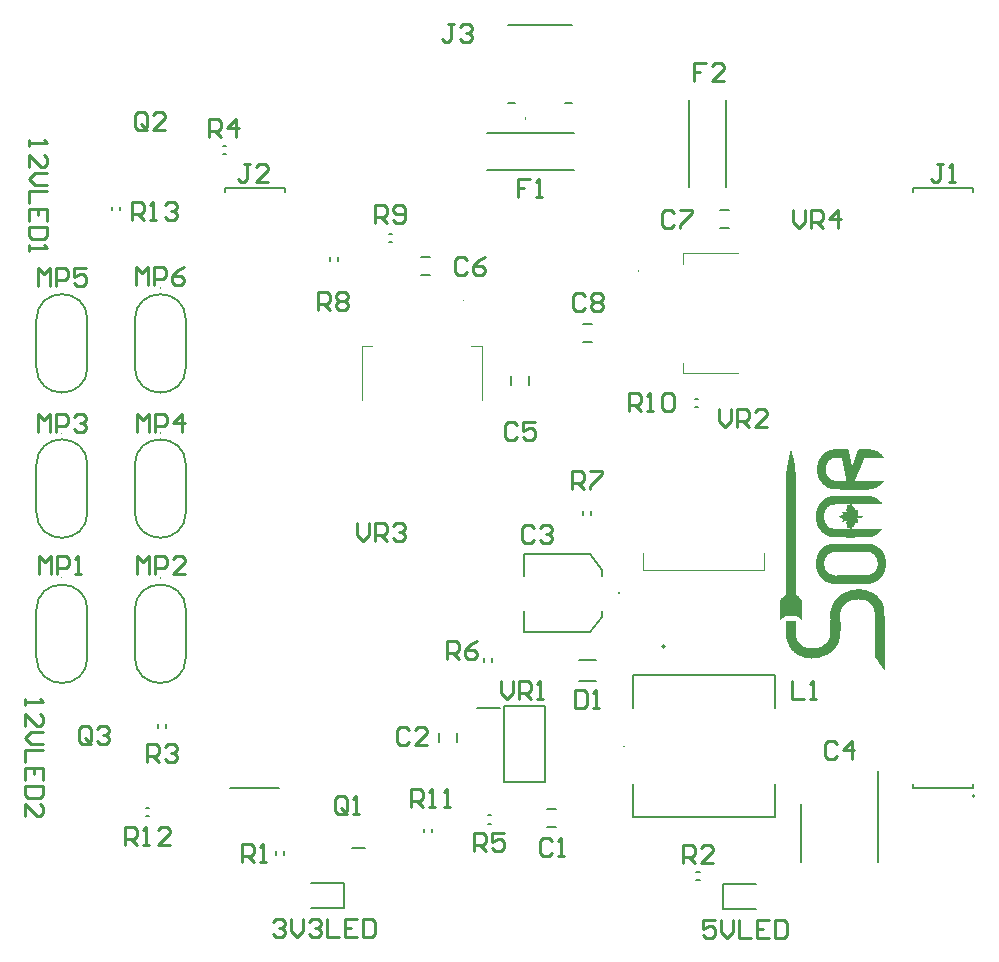
<source format=gto>
G04*
G04 #@! TF.GenerationSoftware,Altium Limited,Altium Designer,24.0.1 (36)*
G04*
G04 Layer_Color=65535*
%FSLAX25Y25*%
%MOIN*%
G70*
G04*
G04 #@! TF.SameCoordinates,EC2407A8-7C3A-46FB-840E-4377B73232B9*
G04*
G04*
G04 #@! TF.FilePolarity,Positive*
G04*
G01*
G75*
%ADD10C,0.00394*%
%ADD11C,0.00787*%
%ADD12C,0.01000*%
G36*
X71661Y-164306D02*
X72370D01*
Y-164425D01*
X72843D01*
Y-164543D01*
X73198D01*
Y-164661D01*
X73435D01*
Y-164779D01*
X73671D01*
Y-164898D01*
X73908D01*
Y-165016D01*
X74145D01*
Y-165134D01*
X74263D01*
Y-165252D01*
X74499D01*
Y-165371D01*
X74618D01*
Y-165489D01*
X74736D01*
Y-165607D01*
X74854D01*
Y-165726D01*
X75091D01*
Y-165844D01*
X75209D01*
Y-165962D01*
X75327D01*
Y-166199D01*
X75445D01*
Y-166317D01*
X75564D01*
Y-166435D01*
X75682D01*
Y-166553D01*
X75800D01*
Y-166672D01*
X75919D01*
Y-166908D01*
X76037D01*
Y-167026D01*
X69769D01*
Y-167145D01*
X69532D01*
Y-167263D01*
X69414D01*
Y-167500D01*
X69296D01*
Y-167854D01*
X69177D01*
Y-168091D01*
X69059D01*
Y-168327D01*
X68941D01*
Y-168682D01*
X68822D01*
Y-168919D01*
X68704D01*
Y-169155D01*
X68586D01*
Y-169510D01*
X68468D01*
Y-169747D01*
X68349D01*
Y-169983D01*
X68231D01*
Y-170338D01*
X68113D01*
Y-170575D01*
X67994D01*
Y-170811D01*
X67876D01*
Y-171166D01*
X67758D01*
Y-171403D01*
X67640D01*
Y-171639D01*
X67521D01*
Y-171876D01*
X67403D01*
Y-172230D01*
X67285D01*
Y-172467D01*
X67167D01*
Y-172703D01*
X67048D01*
Y-173058D01*
X66930D01*
Y-173295D01*
X66812D01*
Y-173531D01*
X66694D01*
Y-173768D01*
X66575D01*
Y-174123D01*
X66457D01*
Y-174359D01*
X66339D01*
Y-174714D01*
X66575D01*
Y-174832D01*
X75564D01*
Y-174714D01*
X75800D01*
Y-174832D01*
X75919D01*
Y-175069D01*
X75800D01*
Y-175187D01*
X75682D01*
Y-175305D01*
X75564D01*
Y-175424D01*
X75445D01*
Y-175542D01*
X75327D01*
Y-175660D01*
X75209D01*
Y-175778D01*
X75091D01*
Y-175897D01*
X74972D01*
Y-176015D01*
X74854D01*
Y-176133D01*
X74736D01*
Y-176251D01*
X74618D01*
Y-176370D01*
X74499D01*
Y-176488D01*
X74263D01*
Y-176606D01*
X74145D01*
Y-176725D01*
X73908D01*
Y-176843D01*
X73671D01*
Y-176961D01*
X73435D01*
Y-177079D01*
X73198D01*
Y-177198D01*
X72843D01*
Y-177316D01*
X72489D01*
Y-177434D01*
X71897D01*
Y-177552D01*
X71070D01*
Y-177671D01*
X61253D01*
Y-177552D01*
X58888D01*
Y-177434D01*
X58296D01*
Y-177316D01*
X57942D01*
Y-177198D01*
X57705D01*
Y-177079D01*
X57350D01*
Y-176961D01*
X57114D01*
Y-176843D01*
X56995D01*
Y-176725D01*
X56759D01*
Y-176606D01*
X56641D01*
Y-176488D01*
X56404D01*
Y-176370D01*
X56286D01*
Y-176251D01*
X56168D01*
Y-176133D01*
X55931D01*
Y-176015D01*
X55813D01*
Y-175897D01*
X55695D01*
Y-175778D01*
X55576D01*
Y-175660D01*
X55458D01*
Y-175542D01*
X55340D01*
Y-175305D01*
X55221D01*
Y-175187D01*
X55103D01*
Y-175069D01*
X54985D01*
Y-174951D01*
X54867D01*
Y-174714D01*
X54748D01*
Y-174596D01*
X54630D01*
Y-174359D01*
X54512D01*
Y-174123D01*
X54394D01*
Y-173886D01*
X54275D01*
Y-173650D01*
X54157D01*
Y-173295D01*
X54039D01*
Y-172940D01*
X53921D01*
Y-172467D01*
X53802D01*
Y-171284D01*
X53684D01*
Y-170575D01*
X53802D01*
Y-169392D01*
X53921D01*
Y-168800D01*
X54039D01*
Y-168446D01*
X54157D01*
Y-168091D01*
X54275D01*
Y-167854D01*
X54394D01*
Y-167618D01*
X54512D01*
Y-167381D01*
X54630D01*
Y-167145D01*
X54748D01*
Y-167026D01*
X54867D01*
Y-166790D01*
X54985D01*
Y-166672D01*
X55103D01*
Y-166553D01*
X55221D01*
Y-166435D01*
X55340D01*
Y-166199D01*
X55458D01*
Y-166080D01*
X55576D01*
Y-165962D01*
X55695D01*
Y-165844D01*
X55931D01*
Y-165726D01*
X56049D01*
Y-165607D01*
X56168D01*
Y-165489D01*
X56286D01*
Y-165371D01*
X56522D01*
Y-165252D01*
X56641D01*
Y-165134D01*
X56877D01*
Y-165016D01*
X56995D01*
Y-164898D01*
X57232D01*
Y-164779D01*
X57468D01*
Y-164661D01*
X57705D01*
Y-164543D01*
X58060D01*
Y-164425D01*
X58415D01*
Y-164306D01*
X59006D01*
Y-164188D01*
X63973D01*
Y-164306D01*
X64092D01*
Y-164425D01*
X64210D01*
Y-164661D01*
X64328D01*
Y-165252D01*
X64446D01*
Y-165844D01*
X64565D01*
Y-166435D01*
X64683D01*
Y-166908D01*
X64801D01*
Y-167500D01*
X64920D01*
Y-168091D01*
X65038D01*
Y-168564D01*
X65156D01*
Y-169155D01*
X65274D01*
Y-169628D01*
X65393D01*
Y-169747D01*
X65511D01*
Y-169510D01*
X65629D01*
Y-169155D01*
X65747D01*
Y-168800D01*
X65866D01*
Y-168446D01*
X65984D01*
Y-168091D01*
X66102D01*
Y-167854D01*
X66220D01*
Y-167500D01*
X66339D01*
Y-167145D01*
X66457D01*
Y-166790D01*
X66575D01*
Y-166435D01*
X66694D01*
Y-166199D01*
X66812D01*
Y-165844D01*
X66930D01*
Y-165489D01*
X67048D01*
Y-165134D01*
X67167D01*
Y-164779D01*
X67285D01*
Y-164543D01*
X67403D01*
Y-164306D01*
X67640D01*
Y-164188D01*
X71661D01*
Y-164306D01*
D02*
G37*
G36*
X70596Y-179800D02*
X71661D01*
Y-179918D01*
X72134D01*
Y-180036D01*
X72489D01*
Y-180154D01*
X72843D01*
Y-180273D01*
X73080D01*
Y-180391D01*
X73317D01*
Y-180509D01*
X73553D01*
Y-180628D01*
X73671D01*
Y-180746D01*
X73908D01*
Y-180864D01*
X74026D01*
Y-180982D01*
X74145D01*
Y-181100D01*
X74381D01*
Y-181219D01*
X74499D01*
Y-181337D01*
X74618D01*
Y-181455D01*
X74736D01*
Y-181574D01*
X74854D01*
Y-181692D01*
X74972D01*
Y-181810D01*
X75091D01*
Y-181928D01*
X75209D01*
Y-182047D01*
X75327D01*
Y-182283D01*
X75445D01*
Y-182402D01*
X75564D01*
Y-182520D01*
X65511D01*
Y-182638D01*
X65393D01*
Y-182875D01*
X65511D01*
Y-182993D01*
X65629D01*
Y-183229D01*
X65747D01*
Y-183348D01*
X65866D01*
Y-183584D01*
X65984D01*
Y-183703D01*
X66102D01*
Y-183939D01*
X66220D01*
Y-184057D01*
X66339D01*
Y-184176D01*
X66457D01*
Y-184412D01*
X66694D01*
Y-184530D01*
X67167D01*
Y-184412D01*
X67403D01*
Y-185358D01*
X67285D01*
Y-185950D01*
X67167D01*
Y-186068D01*
X67285D01*
Y-186304D01*
X67521D01*
Y-186423D01*
X67640D01*
Y-186304D01*
X68704D01*
Y-186423D01*
X68822D01*
Y-186541D01*
X68941D01*
Y-186777D01*
X68822D01*
Y-187014D01*
X67285D01*
Y-187250D01*
X67167D01*
Y-187369D01*
X67285D01*
Y-188078D01*
X67403D01*
Y-188788D01*
X67521D01*
Y-188906D01*
X67167D01*
Y-188788D01*
X66575D01*
Y-188906D01*
X66457D01*
Y-189025D01*
X66339D01*
Y-189261D01*
X66220D01*
Y-189379D01*
X66102D01*
Y-189616D01*
X65984D01*
Y-189734D01*
X65866D01*
Y-189971D01*
X65747D01*
Y-190089D01*
X65629D01*
Y-190207D01*
X65511D01*
Y-190444D01*
X65393D01*
Y-190680D01*
X75445D01*
Y-191035D01*
X75327D01*
Y-191153D01*
X75209D01*
Y-191272D01*
X75091D01*
Y-191390D01*
X74972D01*
Y-191508D01*
X74854D01*
Y-191627D01*
X74736D01*
Y-191745D01*
X74618D01*
Y-191863D01*
X74499D01*
Y-191981D01*
X74381D01*
Y-192100D01*
X74263D01*
Y-192218D01*
X74145D01*
Y-192336D01*
X73908D01*
Y-192454D01*
X73790D01*
Y-192573D01*
X73671D01*
Y-192691D01*
X73435D01*
Y-192809D01*
X73198D01*
Y-192928D01*
X72962D01*
Y-193046D01*
X72725D01*
Y-193164D01*
X72370D01*
Y-193282D01*
X72016D01*
Y-193401D01*
X71424D01*
Y-193519D01*
X66457D01*
Y-193637D01*
X63500D01*
Y-193519D01*
X58651D01*
Y-193401D01*
X58178D01*
Y-193282D01*
X57705D01*
Y-193164D01*
X57350D01*
Y-193046D01*
X57114D01*
Y-192928D01*
X56877D01*
Y-192809D01*
X56641D01*
Y-192691D01*
X56404D01*
Y-192573D01*
X56286D01*
Y-192454D01*
X56049D01*
Y-192336D01*
X55931D01*
Y-192218D01*
X55695D01*
Y-192100D01*
X55576D01*
Y-191981D01*
X55458D01*
Y-191863D01*
X55340D01*
Y-191745D01*
X55221D01*
Y-191627D01*
X55103D01*
Y-191508D01*
X54985D01*
Y-191390D01*
X54867D01*
Y-191272D01*
X54748D01*
Y-191035D01*
X54630D01*
Y-190917D01*
X54512D01*
Y-190680D01*
X54394D01*
Y-190562D01*
X54275D01*
Y-190325D01*
X54157D01*
Y-190089D01*
X54039D01*
Y-189852D01*
X53921D01*
Y-189616D01*
X53802D01*
Y-189261D01*
X53684D01*
Y-188906D01*
X53566D01*
Y-188433D01*
X53447D01*
Y-187605D01*
X53329D01*
Y-185831D01*
X53447D01*
Y-184885D01*
X53566D01*
Y-184412D01*
X53684D01*
Y-184057D01*
X53802D01*
Y-183703D01*
X53921D01*
Y-183466D01*
X54039D01*
Y-183229D01*
X54157D01*
Y-182993D01*
X54275D01*
Y-182756D01*
X54394D01*
Y-182520D01*
X54512D01*
Y-182402D01*
X54630D01*
Y-182283D01*
X54748D01*
Y-182047D01*
X54867D01*
Y-181928D01*
X54985D01*
Y-181810D01*
X55103D01*
Y-181692D01*
X55221D01*
Y-181574D01*
X55340D01*
Y-181455D01*
X55458D01*
Y-181337D01*
X55576D01*
Y-181219D01*
X55695D01*
Y-181100D01*
X55813D01*
Y-180982D01*
X56049D01*
Y-180864D01*
X56168D01*
Y-180746D01*
X56404D01*
Y-180628D01*
X56522D01*
Y-180509D01*
X56759D01*
Y-180391D01*
X56995D01*
Y-180273D01*
X57232D01*
Y-180154D01*
X57587D01*
Y-180036D01*
X58060D01*
Y-179918D01*
X58533D01*
Y-179800D01*
X59479D01*
Y-179681D01*
X70596D01*
Y-179800D01*
D02*
G37*
G36*
X71543Y-195766D02*
X72016D01*
Y-195884D01*
X72370D01*
Y-196002D01*
X72725D01*
Y-196121D01*
X72962D01*
Y-196239D01*
X73198D01*
Y-196357D01*
X73435D01*
Y-196476D01*
X73671D01*
Y-196594D01*
X73790D01*
Y-196712D01*
X74026D01*
Y-196830D01*
X74145D01*
Y-196949D01*
X74263D01*
Y-197067D01*
X74499D01*
Y-197185D01*
X74618D01*
Y-197303D01*
X74736D01*
Y-197422D01*
X74854D01*
Y-197540D01*
X74972D01*
Y-197658D01*
X75091D01*
Y-197776D01*
X75209D01*
Y-198013D01*
X75327D01*
Y-198131D01*
X75445D01*
Y-198250D01*
X75564D01*
Y-198486D01*
X75682D01*
Y-198604D01*
X75800D01*
Y-198841D01*
X75919D01*
Y-199077D01*
X76037D01*
Y-199314D01*
X76155D01*
Y-199550D01*
X76273D01*
Y-199787D01*
X76392D01*
Y-200142D01*
X76510D01*
Y-200615D01*
X76628D01*
Y-201443D01*
X76746D01*
Y-203099D01*
X76628D01*
Y-203926D01*
X76510D01*
Y-204518D01*
X76392D01*
Y-204873D01*
X76273D01*
Y-205109D01*
X76155D01*
Y-205464D01*
X76037D01*
Y-205701D01*
X75919D01*
Y-205819D01*
X75800D01*
Y-206055D01*
X75682D01*
Y-206292D01*
X75564D01*
Y-206410D01*
X75445D01*
Y-206528D01*
X75327D01*
Y-206765D01*
X75209D01*
Y-206883D01*
X75091D01*
Y-207001D01*
X74972D01*
Y-207120D01*
X74854D01*
Y-207238D01*
X74736D01*
Y-207356D01*
X74618D01*
Y-207475D01*
X74499D01*
Y-207593D01*
X74381D01*
Y-207711D01*
X74145D01*
Y-207829D01*
X74026D01*
Y-207948D01*
X73908D01*
Y-208066D01*
X73671D01*
Y-208184D01*
X73435D01*
Y-208302D01*
X73317D01*
Y-208421D01*
X73080D01*
Y-208539D01*
X72725D01*
Y-208657D01*
X72489D01*
Y-208776D01*
X72134D01*
Y-208894D01*
X71543D01*
Y-209012D01*
X59952D01*
Y-209130D01*
X59361D01*
Y-209012D01*
X58415D01*
Y-208894D01*
X57942D01*
Y-208776D01*
X57587D01*
Y-208657D01*
X57232D01*
Y-208539D01*
X56995D01*
Y-208421D01*
X56759D01*
Y-208302D01*
X56522D01*
Y-208184D01*
X56404D01*
Y-208066D01*
X56168D01*
Y-207948D01*
X56049D01*
Y-207829D01*
X55813D01*
Y-207711D01*
X55695D01*
Y-207593D01*
X55576D01*
Y-207475D01*
X55458D01*
Y-207356D01*
X55340D01*
Y-207238D01*
X55221D01*
Y-207120D01*
X55103D01*
Y-207001D01*
X54985D01*
Y-206883D01*
X54867D01*
Y-206765D01*
X54748D01*
Y-206647D01*
X54630D01*
Y-206528D01*
X54512D01*
Y-206292D01*
X54394D01*
Y-206174D01*
X54275D01*
Y-205937D01*
X54157D01*
Y-205701D01*
X54039D01*
Y-205464D01*
X53921D01*
Y-205227D01*
X53802D01*
Y-204873D01*
X53684D01*
Y-204518D01*
X53566D01*
Y-204163D01*
X53447D01*
Y-203453D01*
X53329D01*
Y-201206D01*
X53447D01*
Y-200615D01*
X53566D01*
Y-200142D01*
X53684D01*
Y-199787D01*
X53802D01*
Y-199550D01*
X53921D01*
Y-199196D01*
X54039D01*
Y-198959D01*
X54157D01*
Y-198723D01*
X54275D01*
Y-198604D01*
X54394D01*
Y-198368D01*
X54512D01*
Y-198250D01*
X54630D01*
Y-198013D01*
X54748D01*
Y-197895D01*
X54867D01*
Y-197776D01*
X54985D01*
Y-197658D01*
X55103D01*
Y-197540D01*
X55221D01*
Y-197422D01*
X55340D01*
Y-197303D01*
X55458D01*
Y-197185D01*
X55576D01*
Y-197067D01*
X55695D01*
Y-196949D01*
X55813D01*
Y-196830D01*
X56049D01*
Y-196712D01*
X56168D01*
Y-196594D01*
X56404D01*
Y-196476D01*
X56641D01*
Y-196357D01*
X56759D01*
Y-196239D01*
X57114D01*
Y-196121D01*
X57350D01*
Y-196002D01*
X57705D01*
Y-195884D01*
X58060D01*
Y-195766D01*
X58651D01*
Y-195648D01*
X71543D01*
Y-195766D01*
D02*
G37*
G36*
X45169Y-164898D02*
X45287D01*
Y-165252D01*
X45405D01*
Y-165607D01*
X45523D01*
Y-166080D01*
X45642D01*
Y-166553D01*
X45760D01*
Y-167026D01*
X45878D01*
Y-167618D01*
X45996D01*
Y-168091D01*
X46115D01*
Y-168800D01*
X46233D01*
Y-169510D01*
X46351D01*
Y-170456D01*
X46470D01*
Y-171639D01*
X46588D01*
Y-173295D01*
X46706D01*
Y-179681D01*
X46588D01*
Y-193637D01*
X46706D01*
Y-212560D01*
X46824D01*
Y-212678D01*
X46943D01*
Y-212797D01*
X47061D01*
Y-212915D01*
X47179D01*
Y-213033D01*
X47297D01*
Y-213152D01*
X47416D01*
Y-213270D01*
X47534D01*
Y-213388D01*
X47652D01*
Y-213506D01*
X47771D01*
Y-213625D01*
X47889D01*
Y-213743D01*
X48007D01*
Y-213861D01*
X48125D01*
Y-213979D01*
X48243D01*
Y-214098D01*
X48480D01*
Y-214334D01*
X48598D01*
Y-221076D01*
X48480D01*
Y-220957D01*
X48362D01*
Y-220839D01*
X48125D01*
Y-220721D01*
X48007D01*
Y-220602D01*
X47889D01*
Y-220484D01*
X47652D01*
Y-220366D01*
X47534D01*
Y-220248D01*
X47416D01*
Y-220129D01*
X47179D01*
Y-220011D01*
X47061D01*
Y-219893D01*
X46824D01*
Y-219775D01*
X43513D01*
Y-219656D01*
X43395D01*
Y-219775D01*
X43158D01*
Y-219893D01*
X43040D01*
Y-220011D01*
X42921D01*
Y-220129D01*
X42685D01*
Y-220248D01*
X42567D01*
Y-220366D01*
X42448D01*
Y-220484D01*
X42212D01*
Y-220602D01*
X42094D01*
Y-220721D01*
X41975D01*
Y-220839D01*
X41739D01*
Y-220957D01*
X41620D01*
Y-221076D01*
X41502D01*
Y-219775D01*
Y-219656D01*
Y-214453D01*
X41620D01*
Y-214216D01*
X41739D01*
Y-213979D01*
X41857D01*
Y-213861D01*
X42094D01*
Y-213743D01*
X42212D01*
Y-213625D01*
X42330D01*
Y-213506D01*
X42448D01*
Y-213388D01*
X42567D01*
Y-213270D01*
X42685D01*
Y-213152D01*
X42803D01*
Y-213033D01*
X42921D01*
Y-212915D01*
X43040D01*
Y-212797D01*
X43158D01*
Y-212678D01*
X43276D01*
Y-212560D01*
X43395D01*
Y-173058D01*
X43513D01*
Y-171521D01*
X43631D01*
Y-170456D01*
X43749D01*
Y-169510D01*
X43868D01*
Y-168800D01*
X43986D01*
Y-168209D01*
X44104D01*
Y-167618D01*
X44222D01*
Y-167026D01*
X44341D01*
Y-166553D01*
X44459D01*
Y-166080D01*
X44577D01*
Y-165726D01*
X44695D01*
Y-165252D01*
X44814D01*
Y-164898D01*
X44932D01*
Y-164543D01*
X45169D01*
Y-164898D01*
D02*
G37*
G36*
X68822Y-211023D02*
X69650D01*
Y-211141D01*
X70123D01*
Y-211259D01*
X70478D01*
Y-211378D01*
X70833D01*
Y-211496D01*
X71188D01*
Y-211614D01*
X71424D01*
Y-211732D01*
X71661D01*
Y-211851D01*
X71897D01*
Y-211969D01*
X72134D01*
Y-212087D01*
X72370D01*
Y-212205D01*
X72607D01*
Y-212324D01*
X72725D01*
Y-212442D01*
X72962D01*
Y-212560D01*
X73080D01*
Y-212678D01*
X73198D01*
Y-212797D01*
X73435D01*
Y-212915D01*
X73553D01*
Y-213033D01*
X73671D01*
Y-213152D01*
X73790D01*
Y-213270D01*
X73908D01*
Y-213388D01*
X74026D01*
Y-213506D01*
X74145D01*
Y-213625D01*
X74263D01*
Y-213743D01*
X74381D01*
Y-213861D01*
X74499D01*
Y-213979D01*
X74618D01*
Y-214098D01*
X74736D01*
Y-214334D01*
X74854D01*
Y-214453D01*
X74972D01*
Y-214689D01*
X75091D01*
Y-214807D01*
X75209D01*
Y-215044D01*
X75327D01*
Y-215280D01*
X75445D01*
Y-215517D01*
X75564D01*
Y-215753D01*
X75682D01*
Y-216108D01*
X75800D01*
Y-216463D01*
X75919D01*
Y-216818D01*
X76037D01*
Y-217409D01*
X76155D01*
Y-219656D01*
X76273D01*
Y-237870D01*
X76037D01*
Y-237633D01*
X75919D01*
Y-237515D01*
X75800D01*
Y-237278D01*
X75682D01*
Y-237160D01*
X75564D01*
Y-237042D01*
X75445D01*
Y-236805D01*
X75327D01*
Y-236687D01*
X75209D01*
Y-236451D01*
X75091D01*
Y-236332D01*
X74972D01*
Y-236096D01*
X74854D01*
Y-235978D01*
X74736D01*
Y-235741D01*
X74618D01*
Y-235623D01*
X74499D01*
Y-235386D01*
X74381D01*
Y-235268D01*
X74263D01*
Y-235150D01*
X74145D01*
Y-234913D01*
X74026D01*
Y-234795D01*
X73908D01*
Y-234558D01*
X73790D01*
Y-234440D01*
X73671D01*
Y-234203D01*
X73553D01*
Y-234085D01*
X73435D01*
Y-233849D01*
X73317D01*
Y-233730D01*
X73198D01*
Y-233612D01*
X73080D01*
Y-233376D01*
X72962D01*
Y-218474D01*
X72843D01*
Y-217882D01*
X72725D01*
Y-217528D01*
X72607D01*
Y-217173D01*
X72489D01*
Y-216936D01*
X72370D01*
Y-216700D01*
X72252D01*
Y-216581D01*
X72134D01*
Y-216345D01*
X72016D01*
Y-216227D01*
X71897D01*
Y-215990D01*
X71779D01*
Y-215872D01*
X71661D01*
Y-215753D01*
X71543D01*
Y-215635D01*
X71424D01*
Y-215517D01*
X71306D01*
Y-215399D01*
X71188D01*
Y-215280D01*
X70951D01*
Y-215162D01*
X70833D01*
Y-215044D01*
X70596D01*
Y-214926D01*
X70478D01*
Y-214807D01*
X70242D01*
Y-214689D01*
X69887D01*
Y-214571D01*
X69532D01*
Y-214453D01*
X69059D01*
Y-214334D01*
X67758D01*
Y-214216D01*
X67403D01*
Y-214334D01*
X66102D01*
Y-214453D01*
X65511D01*
Y-214571D01*
X65156D01*
Y-214689D01*
X64801D01*
Y-214807D01*
X64565D01*
Y-214926D01*
X64328D01*
Y-215044D01*
X64092D01*
Y-215162D01*
X63855D01*
Y-215280D01*
X63737D01*
Y-215399D01*
X63500D01*
Y-215517D01*
X63382D01*
Y-215635D01*
X63264D01*
Y-215753D01*
X63146D01*
Y-215872D01*
X63027D01*
Y-215990D01*
X62909D01*
Y-216108D01*
X62791D01*
Y-216227D01*
X62672D01*
Y-216345D01*
X62554D01*
Y-216463D01*
X62436D01*
Y-216581D01*
X62318D01*
Y-216818D01*
X62199D01*
Y-216936D01*
X62081D01*
Y-217173D01*
X61963D01*
Y-217409D01*
X61844D01*
Y-217646D01*
X61726D01*
Y-218001D01*
X61608D01*
Y-218355D01*
X61490D01*
Y-221785D01*
X61608D01*
Y-224742D01*
X61490D01*
Y-226161D01*
X61371D01*
Y-226989D01*
X61253D01*
Y-227462D01*
X61135D01*
Y-227935D01*
X61017D01*
Y-228290D01*
X60898D01*
Y-228645D01*
X60780D01*
Y-228881D01*
X60662D01*
Y-229236D01*
X60544D01*
Y-229473D01*
X60425D01*
Y-229591D01*
X60307D01*
Y-229827D01*
X60189D01*
Y-230064D01*
X60071D01*
Y-230182D01*
X59952D01*
Y-230301D01*
X59834D01*
Y-230537D01*
X59716D01*
Y-230655D01*
X59597D01*
Y-230774D01*
X59479D01*
Y-230892D01*
X59361D01*
Y-231010D01*
X59243D01*
Y-231128D01*
X59124D01*
Y-231247D01*
X59006D01*
Y-231365D01*
X58888D01*
Y-231483D01*
X58770D01*
Y-231602D01*
X58651D01*
Y-231720D01*
X58533D01*
Y-231838D01*
X58296D01*
Y-231956D01*
X58178D01*
Y-232075D01*
X58060D01*
Y-232193D01*
X57823D01*
Y-232311D01*
X57587D01*
Y-232429D01*
X57468D01*
Y-232548D01*
X57232D01*
Y-232666D01*
X56995D01*
Y-232784D01*
X56759D01*
Y-232903D01*
X56522D01*
Y-233021D01*
X56168D01*
Y-233139D01*
X55813D01*
Y-233257D01*
X55458D01*
Y-233376D01*
X55103D01*
Y-233494D01*
X54748D01*
Y-233612D01*
X54157D01*
Y-233730D01*
X53447D01*
Y-233849D01*
X52028D01*
Y-233967D01*
X51792D01*
Y-233849D01*
X50372D01*
Y-233730D01*
X49781D01*
Y-233612D01*
X49308D01*
Y-233494D01*
X48835D01*
Y-233376D01*
X48598D01*
Y-233257D01*
X48243D01*
Y-233139D01*
X48007D01*
Y-233021D01*
X47771D01*
Y-232903D01*
X47534D01*
Y-232784D01*
X47297D01*
Y-232666D01*
X47061D01*
Y-232548D01*
X46943D01*
Y-232429D01*
X46706D01*
Y-232311D01*
X46588D01*
Y-232193D01*
X46470D01*
Y-232075D01*
X46233D01*
Y-231956D01*
X46115D01*
Y-231838D01*
X45996D01*
Y-231720D01*
X45878D01*
Y-231602D01*
X45760D01*
Y-231483D01*
X45642D01*
Y-231365D01*
X45523D01*
Y-231247D01*
X45405D01*
Y-231128D01*
X45287D01*
Y-231010D01*
X45169D01*
Y-230774D01*
X45050D01*
Y-230655D01*
X44932D01*
Y-230537D01*
X44814D01*
Y-230301D01*
X44695D01*
Y-230182D01*
X44577D01*
Y-229946D01*
X44459D01*
Y-229709D01*
X44341D01*
Y-229473D01*
X44222D01*
Y-229236D01*
X44104D01*
Y-229000D01*
X43986D01*
Y-228645D01*
X43868D01*
Y-228290D01*
X43749D01*
Y-227935D01*
X43631D01*
Y-227462D01*
X43513D01*
Y-226752D01*
X43395D01*
Y-221549D01*
X43513D01*
Y-221430D01*
X43986D01*
Y-221549D01*
X46588D01*
Y-221667D01*
X46706D01*
Y-226516D01*
X46824D01*
Y-227107D01*
X46943D01*
Y-227462D01*
X47061D01*
Y-227817D01*
X47179D01*
Y-228053D01*
X47297D01*
Y-228290D01*
X47416D01*
Y-228408D01*
X47534D01*
Y-228645D01*
X47652D01*
Y-228763D01*
X47771D01*
Y-228881D01*
X47889D01*
Y-229118D01*
X48007D01*
Y-229236D01*
X48243D01*
Y-229354D01*
X48362D01*
Y-229473D01*
X48480D01*
Y-229591D01*
X48598D01*
Y-229709D01*
X48835D01*
Y-229827D01*
X49071D01*
Y-229946D01*
X49308D01*
Y-230064D01*
X49545D01*
Y-230182D01*
X49899D01*
Y-230301D01*
X50372D01*
Y-230419D01*
X50845D01*
Y-230537D01*
X53566D01*
Y-230419D01*
X54039D01*
Y-230301D01*
X54394D01*
Y-230182D01*
X54748D01*
Y-230064D01*
X54985D01*
Y-229946D01*
X55221D01*
Y-229827D01*
X55458D01*
Y-229709D01*
X55695D01*
Y-229591D01*
X55813D01*
Y-229473D01*
X56049D01*
Y-229354D01*
X56168D01*
Y-229236D01*
X56404D01*
Y-229118D01*
X56522D01*
Y-229000D01*
X56641D01*
Y-228881D01*
X56759D01*
Y-228763D01*
X56877D01*
Y-228645D01*
X56995D01*
Y-228526D01*
X57114D01*
Y-228408D01*
X57232D01*
Y-228172D01*
X57350D01*
Y-228053D01*
X57468D01*
Y-227935D01*
X57587D01*
Y-227699D01*
X57705D01*
Y-227462D01*
X57823D01*
Y-227226D01*
X57942D01*
Y-226871D01*
X58060D01*
Y-226279D01*
X58178D01*
Y-224978D01*
X58060D01*
Y-223914D01*
X58178D01*
Y-221076D01*
X58296D01*
Y-220721D01*
X58178D01*
Y-218001D01*
X58296D01*
Y-217528D01*
X58415D01*
Y-217054D01*
X58533D01*
Y-216700D01*
X58651D01*
Y-216463D01*
X58770D01*
Y-216108D01*
X58888D01*
Y-215872D01*
X59006D01*
Y-215635D01*
X59124D01*
Y-215517D01*
X59243D01*
Y-215280D01*
X59361D01*
Y-215044D01*
X59479D01*
Y-214926D01*
X59597D01*
Y-214689D01*
X59716D01*
Y-214571D01*
X59834D01*
Y-214453D01*
X59952D01*
Y-214216D01*
X60071D01*
Y-214098D01*
X60189D01*
Y-213979D01*
X60307D01*
Y-213861D01*
X60425D01*
Y-213743D01*
X60544D01*
Y-213625D01*
X60662D01*
Y-213506D01*
X60780D01*
Y-213388D01*
X60898D01*
Y-213270D01*
X61017D01*
Y-213152D01*
X61253D01*
Y-213033D01*
X61371D01*
Y-212915D01*
X61490D01*
Y-212797D01*
X61608D01*
Y-212678D01*
X61844D01*
Y-212560D01*
X61963D01*
Y-212442D01*
X62199D01*
Y-212324D01*
X62436D01*
Y-212205D01*
X62554D01*
Y-212087D01*
X62791D01*
Y-211969D01*
X63027D01*
Y-211851D01*
X63382D01*
Y-211732D01*
X63618D01*
Y-211614D01*
X63973D01*
Y-211496D01*
X64328D01*
Y-211378D01*
X64801D01*
Y-211259D01*
X65274D01*
Y-211141D01*
X65866D01*
Y-211023D01*
X66694D01*
Y-210904D01*
X68822D01*
Y-211023D01*
D02*
G37*
%LPC*%
G36*
X61726Y-167026D02*
X59479D01*
Y-167145D01*
X59006D01*
Y-167263D01*
X58770D01*
Y-167381D01*
X58415D01*
Y-167500D01*
X58296D01*
Y-167618D01*
X58060D01*
Y-167736D01*
X57942D01*
Y-167854D01*
X57823D01*
Y-167973D01*
X57705D01*
Y-168091D01*
X57587D01*
Y-168209D01*
X57468D01*
Y-168327D01*
X57350D01*
Y-168446D01*
X57232D01*
Y-168682D01*
X57114D01*
Y-168800D01*
X56995D01*
Y-169037D01*
X56877D01*
Y-169392D01*
X56759D01*
Y-169865D01*
X56641D01*
Y-171876D01*
X56759D01*
Y-172349D01*
X56877D01*
Y-172703D01*
X56995D01*
Y-172940D01*
X57114D01*
Y-173058D01*
X57232D01*
Y-173295D01*
X57350D01*
Y-173413D01*
X57468D01*
Y-173531D01*
X57587D01*
Y-173650D01*
X57705D01*
Y-173768D01*
X57823D01*
Y-173886D01*
X57942D01*
Y-174004D01*
X58060D01*
Y-174123D01*
X58296D01*
Y-174241D01*
X58415D01*
Y-174359D01*
X58651D01*
Y-174478D01*
X59006D01*
Y-174596D01*
X59479D01*
Y-174714D01*
X60544D01*
Y-174832D01*
X62081D01*
Y-174714D01*
X62791D01*
Y-174832D01*
X63264D01*
Y-174714D01*
X63382D01*
Y-174596D01*
X63500D01*
Y-174241D01*
X63382D01*
Y-173650D01*
X63264D01*
Y-173177D01*
X63146D01*
Y-172585D01*
X63027D01*
Y-171994D01*
X62909D01*
Y-171521D01*
X62791D01*
Y-170929D01*
X62672D01*
Y-170456D01*
X62554D01*
Y-169865D01*
X62436D01*
Y-169392D01*
X62318D01*
Y-168800D01*
X62199D01*
Y-168209D01*
X62081D01*
Y-167618D01*
X61963D01*
Y-167263D01*
X61844D01*
Y-167145D01*
X61726D01*
Y-167026D01*
D02*
G37*
G36*
X64565Y-182520D02*
X59597D01*
Y-182638D01*
X58770D01*
Y-182756D01*
X58415D01*
Y-182875D01*
X58178D01*
Y-182993D01*
X57942D01*
Y-183111D01*
X57705D01*
Y-183229D01*
X57587D01*
Y-183348D01*
X57468D01*
Y-183466D01*
X57232D01*
Y-183584D01*
X57114D01*
Y-183821D01*
X56995D01*
Y-183939D01*
X56877D01*
Y-184057D01*
X56759D01*
Y-184294D01*
X56641D01*
Y-184412D01*
X56522D01*
Y-184649D01*
X56404D01*
Y-185003D01*
X56286D01*
Y-185477D01*
X56168D01*
Y-187724D01*
X56286D01*
Y-188197D01*
X56404D01*
Y-188551D01*
X56522D01*
Y-188788D01*
X56641D01*
Y-189025D01*
X56759D01*
Y-189261D01*
X56877D01*
Y-189379D01*
X56995D01*
Y-189616D01*
X57114D01*
Y-189734D01*
X57232D01*
Y-189852D01*
X57350D01*
Y-189971D01*
X57587D01*
Y-190089D01*
X57705D01*
Y-190207D01*
X57823D01*
Y-190325D01*
X58060D01*
Y-190444D01*
X58415D01*
Y-190562D01*
X58888D01*
Y-190680D01*
X60425D01*
Y-190799D01*
X62554D01*
Y-190680D01*
X64801D01*
Y-190325D01*
X64328D01*
Y-190444D01*
X63737D01*
Y-190562D01*
X63618D01*
Y-189852D01*
X63737D01*
Y-189379D01*
X63618D01*
Y-189261D01*
X63500D01*
Y-189143D01*
X63264D01*
Y-188788D01*
X63382D01*
Y-188670D01*
X63500D01*
Y-188551D01*
X63618D01*
Y-188433D01*
X63737D01*
Y-188315D01*
X63855D01*
Y-188078D01*
X63500D01*
Y-188197D01*
X62791D01*
Y-188315D01*
X62081D01*
Y-188433D01*
X61963D01*
Y-188197D01*
X62081D01*
Y-187960D01*
X62199D01*
Y-187842D01*
X62318D01*
Y-187487D01*
X62199D01*
Y-187369D01*
X62081D01*
Y-187250D01*
X61844D01*
Y-187132D01*
X61608D01*
Y-187014D01*
X61371D01*
Y-186896D01*
X61253D01*
Y-186777D01*
X61135D01*
Y-186541D01*
X61371D01*
Y-186423D01*
X61490D01*
Y-186304D01*
X61726D01*
Y-186186D01*
X61963D01*
Y-186068D01*
X62081D01*
Y-185950D01*
X62199D01*
Y-185831D01*
X62318D01*
Y-185477D01*
X62199D01*
Y-185358D01*
X62081D01*
Y-185122D01*
X61963D01*
Y-185003D01*
X62436D01*
Y-185122D01*
X63146D01*
Y-185240D01*
X63618D01*
Y-185358D01*
X63737D01*
Y-185240D01*
X63855D01*
Y-185003D01*
X63737D01*
Y-184885D01*
X63618D01*
Y-184767D01*
X63500D01*
Y-184530D01*
X63382D01*
Y-184412D01*
X63264D01*
Y-184176D01*
X63500D01*
Y-184057D01*
X63618D01*
Y-183703D01*
X63737D01*
Y-183466D01*
X63618D01*
Y-182875D01*
X63500D01*
Y-182756D01*
X64092D01*
Y-182875D01*
X64801D01*
Y-182756D01*
X64920D01*
Y-182638D01*
X64565D01*
Y-182520D01*
D02*
G37*
G36*
X70478Y-198368D02*
X67640D01*
Y-198486D01*
X59479D01*
Y-198604D01*
X58770D01*
Y-198723D01*
X58296D01*
Y-198841D01*
X58060D01*
Y-198959D01*
X57823D01*
Y-199077D01*
X57705D01*
Y-199196D01*
X57468D01*
Y-199314D01*
X57350D01*
Y-199432D01*
X57232D01*
Y-199550D01*
X57114D01*
Y-199669D01*
X56995D01*
Y-199905D01*
X56877D01*
Y-200024D01*
X56759D01*
Y-200260D01*
X56641D01*
Y-200378D01*
X56522D01*
Y-200733D01*
X56404D01*
Y-201088D01*
X56286D01*
Y-201561D01*
X56168D01*
Y-203217D01*
X56286D01*
Y-203690D01*
X56404D01*
Y-204045D01*
X56522D01*
Y-204281D01*
X56641D01*
Y-204518D01*
X56759D01*
Y-204754D01*
X56877D01*
Y-204873D01*
X56995D01*
Y-204991D01*
X57114D01*
Y-205109D01*
X57232D01*
Y-205227D01*
X57350D01*
Y-205346D01*
X57468D01*
Y-205464D01*
X57587D01*
Y-205582D01*
X57705D01*
Y-205701D01*
X57942D01*
Y-205819D01*
X58178D01*
Y-205937D01*
X58533D01*
Y-206055D01*
X58888D01*
Y-206174D01*
X59716D01*
Y-206292D01*
X60307D01*
Y-206174D01*
X70833D01*
Y-206055D01*
X71306D01*
Y-205937D01*
X71661D01*
Y-205819D01*
X71897D01*
Y-205701D01*
X72134D01*
Y-205582D01*
X72370D01*
Y-205464D01*
X72489D01*
Y-205346D01*
X72607D01*
Y-205227D01*
X72843D01*
Y-205109D01*
X72962D01*
Y-204873D01*
X73080D01*
Y-204754D01*
X73198D01*
Y-204636D01*
X73317D01*
Y-204400D01*
X73435D01*
Y-204163D01*
X73553D01*
Y-203926D01*
X73671D01*
Y-203572D01*
X73790D01*
Y-202980D01*
X73908D01*
Y-201798D01*
X73790D01*
Y-201206D01*
X73671D01*
Y-200733D01*
X73553D01*
Y-200378D01*
X73435D01*
Y-200142D01*
X73317D01*
Y-200024D01*
X73198D01*
Y-199787D01*
X73080D01*
Y-199669D01*
X72962D01*
Y-199432D01*
X72843D01*
Y-199314D01*
X72607D01*
Y-199196D01*
X72489D01*
Y-199077D01*
X72370D01*
Y-198959D01*
X72134D01*
Y-198841D01*
X71897D01*
Y-198723D01*
X71661D01*
Y-198604D01*
X71188D01*
Y-198486D01*
X70478D01*
Y-198368D01*
D02*
G37*
%LPD*%
D10*
X-64238Y-114735D02*
G03*
X-63844Y-114735I197J0D01*
G01*
D02*
G03*
X-64238Y-114735I-197J0D01*
G01*
X-10372Y-263203D02*
G03*
X-10766Y-263203I-197J0D01*
G01*
D02*
G03*
X-10372Y-263203I197J0D01*
G01*
X-165200Y-207320D02*
G03*
X-165200Y-206926I0J197D01*
G01*
D02*
G03*
X-165200Y-207320I0J-197D01*
G01*
Y-158526D02*
G03*
X-165200Y-158920I0J-197D01*
G01*
D02*
G03*
X-165200Y-158526I0J197D01*
G01*
X-198000Y-206926D02*
G03*
X-198000Y-207320I0J-197D01*
G01*
D02*
G03*
X-198000Y-206926I0J197D01*
G01*
Y-110126D02*
G03*
X-198000Y-110520I0J-197D01*
G01*
D02*
G03*
X-198000Y-110126I0J197D01*
G01*
X-5858Y-104663D02*
G03*
X-5858Y-105057I0J-197D01*
G01*
D02*
G03*
X-5858Y-104663I0J197D01*
G01*
X-165200Y-110520D02*
G03*
X-165200Y-110126I0J197D01*
G01*
X-198000Y-158526D02*
G03*
X-198000Y-158920I0J-197D01*
G01*
X-165200Y-110126D02*
G03*
X-165200Y-110520I0J-197D01*
G01*
X-198000Y-158920D02*
G03*
X-198000Y-158526I0J197D01*
G01*
X-98017Y-129629D02*
X-94553D01*
X-98017Y-147806D02*
Y-129629D01*
X-61482D02*
X-58017D01*
Y-147806D02*
Y-129629D01*
X35926Y-204423D02*
Y-198813D01*
X-4153Y-204423D02*
X35926D01*
X-4153D02*
Y-198813D01*
X9036Y-138836D02*
Y-135372D01*
Y-98836D02*
X27213D01*
X9036Y-138836D02*
X27213D01*
X9036Y-102301D02*
Y-98836D01*
D11*
X-12094Y-212197D02*
G03*
X-12487Y-212197I-197J0D01*
G01*
D02*
G03*
X-12094Y-212197I197J0D01*
G01*
D02*
G03*
X-12487Y-212197I-197J0D01*
G01*
X2107Y-229915D02*
G03*
X2894Y-229915I394J0D01*
G01*
D02*
G03*
X2107Y-229915I-394J0D01*
G01*
X106241Y-279759D02*
G03*
X106241Y-279759I-394J0D01*
G01*
X-43558Y-54123D02*
G03*
X-43558Y-53729I0J197D01*
G01*
D02*
G03*
X-43558Y-54123I0J-197D01*
G01*
X-156676Y-217831D02*
G03*
X-173724Y-217831I-8524J0D01*
G01*
Y-233579D02*
G03*
X-156676Y-233579I8524J0D01*
G01*
X-173724Y-185179D02*
G03*
X-156676Y-185179I8524J0D01*
G01*
Y-169431D02*
G03*
X-173724Y-169431I-8524J0D01*
G01*
X-206524Y-233579D02*
G03*
X-189476Y-233579I8524J0D01*
G01*
Y-217831D02*
G03*
X-206524Y-217831I-8524J0D01*
G01*
Y-136779D02*
G03*
X-189476Y-136779I8524J0D01*
G01*
Y-121031D02*
G03*
X-206524Y-121031I-8524J0D01*
G01*
Y-185179D02*
G03*
X-189476Y-185179I8524J0D01*
G01*
Y-169431D02*
G03*
X-206524Y-169431I-8524J0D01*
G01*
X-156676Y-121031D02*
G03*
X-173724Y-121031I-8524J0D01*
G01*
Y-136779D02*
G03*
X-156676Y-136779I8524J0D01*
G01*
X13409Y-307778D02*
X14591D01*
X13409Y-305022D02*
X14591D01*
X-42306Y-142775D02*
Y-139625D01*
X-48212Y-142775D02*
Y-139625D01*
X-78378Y-100167D02*
X-75228D01*
X-78378Y-106072D02*
X-75228D01*
X-66352Y-261813D02*
Y-258664D01*
X-72257Y-261813D02*
Y-258664D01*
X-77363Y-291892D02*
Y-290710D01*
X-74607Y-291892D02*
Y-290710D01*
X-59547Y-250463D02*
X-52067D01*
X-50689Y-275266D02*
Y-249676D01*
X-36909Y-275266D02*
Y-249676D01*
X-50689Y-275266D02*
X-36909D01*
X-50689Y-249676D02*
X-36909D01*
X-57294Y-234991D02*
Y-233809D01*
X-54538Y-234991D02*
Y-233809D01*
X-56116Y-289009D02*
X-54935D01*
X-56116Y-286254D02*
X-54935D01*
X-43983Y-199205D02*
X-22133D01*
X-43983Y-206292D02*
Y-199205D01*
X-22133D02*
X-17999Y-204323D01*
X-43983Y-225189D02*
Y-218103D01*
X-17999Y-220071D02*
Y-218103D01*
Y-206292D02*
Y-204323D01*
X-43983Y-225189D02*
X-22133D01*
X-17999Y-220071D01*
X-36294Y-284214D02*
X-33145D01*
X-36294Y-290119D02*
X-33145D01*
X-7616Y-239580D02*
X39628D01*
Y-250604D02*
Y-239580D01*
X-7616Y-250604D02*
Y-239580D01*
X39628Y-286825D02*
Y-275801D01*
X-7616Y-286825D02*
X39628D01*
X-7616D02*
Y-275801D01*
X48208Y-301792D02*
Y-282304D01*
X74192Y-301792D02*
Y-271477D01*
X-123781Y-78578D02*
Y-77200D01*
X-143785Y-78578D02*
Y-77200D01*
X-123781D01*
X-141949Y-277200D02*
X-125632D01*
X-108800Y-101391D02*
Y-100209D01*
X-106044Y-101391D02*
Y-100209D01*
X-101365Y-297031D02*
X-100381D01*
X-97035D01*
X85599Y-277200D02*
Y-275822D01*
Y-277200D02*
X105603D01*
Y-275822D01*
Y-78578D02*
Y-77200D01*
X85599Y-78578D02*
Y-77200D01*
X105603D01*
X-25562Y-241543D02*
X-20129D01*
X-25562Y-234457D02*
X-20129D01*
X-56283Y-71079D02*
X-27149D01*
X-56283Y-58874D02*
X-27149D01*
X11066Y-76773D02*
Y-47639D01*
X23270Y-76773D02*
Y-47639D01*
X-144375Y-63079D02*
X-143194D01*
X-144375Y-65835D02*
X-143194D01*
X-89094Y-95130D02*
X-87912D01*
X-89094Y-92374D02*
X-87912D01*
X21246Y-90447D02*
X24396D01*
X21246Y-84541D02*
X24396D01*
X-24393Y-122554D02*
X-21244D01*
X-24393Y-128459D02*
X-21244D01*
X13012Y-147406D02*
X14193D01*
X13012Y-150162D02*
X14193D01*
X-49188Y-22627D02*
X-27929D01*
X-30291Y-48611D02*
X-27929D01*
X-49188D02*
X-46826D01*
X-173724Y-233579D02*
Y-217831D01*
X-156676Y-233579D02*
Y-217831D01*
X-173724Y-185179D02*
Y-169431D01*
X-156676Y-185179D02*
Y-169431D01*
X-206524Y-233579D02*
Y-217831D01*
X-189476Y-233579D02*
Y-217831D01*
X-24451Y-186007D02*
Y-184826D01*
X-21695Y-186007D02*
Y-184826D01*
X-189476Y-136779D02*
Y-121031D01*
X-114954Y-317006D02*
X-103930D01*
Y-308738D01*
X-206524Y-136779D02*
Y-121031D01*
X-173724Y-136779D02*
Y-121031D01*
X-156676Y-136779D02*
Y-121031D01*
X-206524Y-185179D02*
Y-169431D01*
X-189476Y-185179D02*
Y-169431D01*
X22513Y-317432D02*
Y-308968D01*
Y-317432D02*
X33340D01*
X22513Y-308968D02*
X33340D01*
X-114954Y-308738D02*
X-103930D01*
X-169985Y-286470D02*
X-168804D01*
X-166048Y-256991D02*
Y-255809D01*
X-163292Y-256991D02*
Y-255809D01*
X-181418Y-84591D02*
Y-83410D01*
X-169985Y-283714D02*
X-168804D01*
X-178662Y-84591D02*
Y-83410D01*
X-126578Y-299304D02*
Y-298123D01*
X-123822Y-299304D02*
Y-298123D01*
D12*
X60200Y-262550D02*
X59201Y-261550D01*
X57201D01*
X56202Y-262550D01*
Y-266549D01*
X57201Y-267549D01*
X59201D01*
X60200Y-266549D01*
X65199Y-267549D02*
Y-261550D01*
X62200Y-264550D01*
X66198D01*
X-40537Y-190601D02*
X-41537Y-189601D01*
X-43536D01*
X-44536Y-190601D01*
Y-194600D01*
X-43536Y-195599D01*
X-41537D01*
X-40537Y-194600D01*
X-38538Y-190601D02*
X-37538Y-189601D01*
X-35539D01*
X-34539Y-190601D01*
Y-191601D01*
X-35539Y-192600D01*
X-36539D01*
X-35539D01*
X-34539Y-193600D01*
Y-194600D01*
X-35539Y-195599D01*
X-37538D01*
X-38538Y-194600D01*
X-173085Y-205699D02*
Y-199701D01*
X-171085Y-201700D01*
X-169086Y-199701D01*
Y-205699D01*
X-167087D02*
Y-199701D01*
X-164087D01*
X-163088Y-200701D01*
Y-202700D01*
X-164087Y-203700D01*
X-167087D01*
X-157090Y-205699D02*
X-161089D01*
X-157090Y-201700D01*
Y-200701D01*
X-158089Y-199701D01*
X-160089D01*
X-161089Y-200701D01*
X-205498Y-205699D02*
Y-199701D01*
X-203498Y-201700D01*
X-201499Y-199701D01*
Y-205699D01*
X-199500D02*
Y-199701D01*
X-196501D01*
X-195501Y-200701D01*
Y-202700D01*
X-196501Y-203700D01*
X-199500D01*
X-193502Y-205699D02*
X-191502D01*
X-192502D01*
Y-199701D01*
X-193502Y-200701D01*
X-173085Y-158443D02*
Y-152445D01*
X-171085Y-154444D01*
X-169086Y-152445D01*
Y-158443D01*
X-167087D02*
Y-152445D01*
X-164087D01*
X-163088Y-153445D01*
Y-155444D01*
X-164087Y-156444D01*
X-167087D01*
X-158089Y-158443D02*
Y-152445D01*
X-161089Y-155444D01*
X-157090D01*
X-205872Y-158443D02*
Y-152445D01*
X-203873Y-154444D01*
X-201873Y-152445D01*
Y-158443D01*
X-199874D02*
Y-152445D01*
X-196875D01*
X-195875Y-153445D01*
Y-155444D01*
X-196875Y-156444D01*
X-199874D01*
X-193876Y-153445D02*
X-192876Y-152445D01*
X-190877D01*
X-189877Y-153445D01*
Y-154444D01*
X-190877Y-155444D01*
X-191876D01*
X-190877D01*
X-189877Y-156444D01*
Y-157443D01*
X-190877Y-158443D01*
X-192876D01*
X-193876Y-157443D01*
X-173197Y-109351D02*
Y-103353D01*
X-171198Y-105352D01*
X-169199Y-103353D01*
Y-109351D01*
X-167199D02*
Y-103353D01*
X-164200D01*
X-163201Y-104352D01*
Y-106352D01*
X-164200Y-107352D01*
X-167199D01*
X-157203Y-103353D02*
X-159202Y-104352D01*
X-161201Y-106352D01*
Y-108351D01*
X-160202Y-109351D01*
X-158202D01*
X-157203Y-108351D01*
Y-107352D01*
X-158202Y-106352D01*
X-161201D01*
X-205997Y-109779D02*
Y-103780D01*
X-203998Y-105780D01*
X-201999Y-103780D01*
Y-109779D01*
X-199999D02*
Y-103780D01*
X-197000D01*
X-196001Y-104780D01*
Y-106780D01*
X-197000Y-107779D01*
X-199999D01*
X-190003Y-103780D02*
X-194001D01*
Y-106780D01*
X-192002Y-105780D01*
X-191002D01*
X-190003Y-106780D01*
Y-108779D01*
X-191002Y-109779D01*
X-193002D01*
X-194001Y-108779D01*
X-62932Y-101120D02*
X-63931Y-100120D01*
X-65931D01*
X-66930Y-101120D01*
Y-105119D01*
X-65931Y-106119D01*
X-63931D01*
X-62932Y-105119D01*
X-56934Y-100120D02*
X-58933Y-101120D01*
X-60932Y-103120D01*
Y-105119D01*
X-59933Y-106119D01*
X-57933D01*
X-56934Y-105119D01*
Y-104119D01*
X-57933Y-103120D01*
X-60932D01*
X-93501Y-88869D02*
Y-82871D01*
X-90502D01*
X-89503Y-83871D01*
Y-85870D01*
X-90502Y-86870D01*
X-93501D01*
X-91502D02*
X-89503Y-88869D01*
X-87503Y-87869D02*
X-86504Y-88869D01*
X-84504D01*
X-83505Y-87869D01*
Y-83871D01*
X-84504Y-82871D01*
X-86504D01*
X-87503Y-83871D01*
Y-84870D01*
X-86504Y-85870D01*
X-83505D01*
X-127612Y-321873D02*
X-126612Y-320874D01*
X-124613D01*
X-123613Y-321873D01*
Y-322873D01*
X-124613Y-323873D01*
X-125612D01*
X-124613D01*
X-123613Y-324872D01*
Y-325872D01*
X-124613Y-326872D01*
X-126612D01*
X-127612Y-325872D01*
X-121614Y-320874D02*
Y-324872D01*
X-119614Y-326872D01*
X-117615Y-324872D01*
Y-320874D01*
X-115615Y-321873D02*
X-114616Y-320874D01*
X-112617D01*
X-111617Y-321873D01*
Y-322873D01*
X-112617Y-323873D01*
X-113616D01*
X-112617D01*
X-111617Y-324872D01*
Y-325872D01*
X-112617Y-326872D01*
X-114616D01*
X-115615Y-325872D01*
X-109617Y-320874D02*
Y-326872D01*
X-105619D01*
X-99621Y-320874D02*
X-103619D01*
Y-326872D01*
X-99621D01*
X-103619Y-323873D02*
X-101620D01*
X-97621Y-320874D02*
Y-326872D01*
X-94622D01*
X-93623Y-325872D01*
Y-321873D01*
X-94622Y-320874D01*
X-97621D01*
X19542Y-320970D02*
X15543D01*
Y-323969D01*
X17542Y-322969D01*
X18542D01*
X19542Y-323969D01*
Y-325968D01*
X18542Y-326968D01*
X16543D01*
X15543Y-325968D01*
X21541Y-320970D02*
Y-324968D01*
X23540Y-326968D01*
X25540Y-324968D01*
Y-320970D01*
X27539D02*
Y-326968D01*
X31538D01*
X37536Y-320970D02*
X33537D01*
Y-326968D01*
X37536D01*
X33537Y-323969D02*
X35537D01*
X39535Y-320970D02*
Y-326968D01*
X42534D01*
X43534Y-325968D01*
Y-321969D01*
X42534Y-320970D01*
X39535D01*
X-28071Y-177505D02*
Y-171507D01*
X-25073D01*
X-24073Y-172507D01*
Y-174506D01*
X-25073Y-175506D01*
X-28071D01*
X-26072D02*
X-24073Y-177505D01*
X-22073Y-171507D02*
X-18075D01*
Y-172507D01*
X-22073Y-176505D01*
Y-177505D01*
X-188411Y-261352D02*
Y-257353D01*
X-189411Y-256354D01*
X-191410D01*
X-192410Y-257353D01*
Y-261352D01*
X-191410Y-262352D01*
X-189411D01*
X-190410Y-260352D02*
X-188411Y-262352D01*
X-189411D02*
X-188411Y-261352D01*
X-186412Y-257353D02*
X-185412Y-256354D01*
X-183413D01*
X-182413Y-257353D01*
Y-258353D01*
X-183413Y-259353D01*
X-184413D01*
X-183413D01*
X-182413Y-260352D01*
Y-261352D01*
X-183413Y-262352D01*
X-185412D01*
X-186412Y-261352D01*
X-169632Y-56767D02*
Y-52768D01*
X-170632Y-51768D01*
X-172631D01*
X-173631Y-52768D01*
Y-56767D01*
X-172631Y-57766D01*
X-170632D01*
X-171631Y-55767D02*
X-169632Y-57766D01*
X-170632D02*
X-169632Y-56767D01*
X-163634Y-57766D02*
X-167633D01*
X-163634Y-53768D01*
Y-52768D01*
X-164634Y-51768D01*
X-166633D01*
X-167633Y-52768D01*
X-102842Y-284649D02*
Y-280650D01*
X-103841Y-279651D01*
X-105841D01*
X-106840Y-280650D01*
Y-284649D01*
X-105841Y-285649D01*
X-103841D01*
X-104841Y-283649D02*
X-102842Y-285649D01*
X-103841D02*
X-102842Y-284649D01*
X-100842Y-285649D02*
X-98843D01*
X-99843D01*
Y-279651D01*
X-100842Y-280650D01*
X-174728Y-87870D02*
Y-81872D01*
X-171729D01*
X-170729Y-82872D01*
Y-84871D01*
X-171729Y-85871D01*
X-174728D01*
X-172729D02*
X-170729Y-87870D01*
X-168730D02*
X-166731D01*
X-167730D01*
Y-81872D01*
X-168730Y-82872D01*
X-163732D02*
X-162732Y-81872D01*
X-160733D01*
X-159733Y-82872D01*
Y-83871D01*
X-160733Y-84871D01*
X-161732D01*
X-160733D01*
X-159733Y-85871D01*
Y-86870D01*
X-160733Y-87870D01*
X-162732D01*
X-163732Y-86870D01*
X-176892Y-295990D02*
Y-289991D01*
X-173893D01*
X-172894Y-290991D01*
Y-292991D01*
X-173893Y-293990D01*
X-176892D01*
X-174893D02*
X-172894Y-295990D01*
X-170894D02*
X-168895D01*
X-169895D01*
Y-289991D01*
X-170894Y-290991D01*
X-161897Y-295990D02*
X-165896D01*
X-161897Y-291991D01*
Y-290991D01*
X-162897Y-289991D01*
X-164896D01*
X-165896Y-290991D01*
X-81686Y-283524D02*
Y-277526D01*
X-78687D01*
X-77688Y-278526D01*
Y-280525D01*
X-78687Y-281525D01*
X-81686D01*
X-79687D02*
X-77688Y-283524D01*
X-75688D02*
X-73689D01*
X-74689D01*
Y-277526D01*
X-75688Y-278526D01*
X-70690Y-283524D02*
X-68691D01*
X-69690D01*
Y-277526D01*
X-70690Y-278526D01*
X-112484Y-117734D02*
Y-111736D01*
X-109485D01*
X-108485Y-112736D01*
Y-114735D01*
X-109485Y-115735D01*
X-112484D01*
X-110484D02*
X-108485Y-117734D01*
X-106486Y-112736D02*
X-105486Y-111736D01*
X-103487D01*
X-102487Y-112736D01*
Y-113735D01*
X-103487Y-114735D01*
X-102487Y-115735D01*
Y-116734D01*
X-103487Y-117734D01*
X-105486D01*
X-106486Y-116734D01*
Y-115735D01*
X-105486Y-114735D01*
X-106486Y-113735D01*
Y-112736D01*
X-105486Y-114735D02*
X-103487D01*
X-60702Y-298096D02*
Y-292098D01*
X-57703D01*
X-56703Y-293098D01*
Y-295097D01*
X-57703Y-296097D01*
X-60702D01*
X-58702D02*
X-56703Y-298096D01*
X-50705Y-292098D02*
X-54704D01*
Y-295097D01*
X-52704Y-294098D01*
X-51705D01*
X-50705Y-295097D01*
Y-297097D01*
X-51705Y-298096D01*
X-53704D01*
X-54704Y-297097D01*
X-46259Y-156264D02*
X-47258Y-155265D01*
X-49258D01*
X-50257Y-156264D01*
Y-160263D01*
X-49258Y-161263D01*
X-47258D01*
X-46259Y-160263D01*
X-40261Y-155265D02*
X-44259D01*
Y-158264D01*
X-42260Y-157264D01*
X-41260D01*
X-40261Y-158264D01*
Y-160263D01*
X-41260Y-161263D01*
X-43260D01*
X-44259Y-160263D01*
X-23564Y-113008D02*
X-24563Y-112008D01*
X-26563D01*
X-27562Y-113008D01*
Y-117007D01*
X-26563Y-118006D01*
X-24563D01*
X-23564Y-117007D01*
X-21564Y-113008D02*
X-20565Y-112008D01*
X-18565D01*
X-17566Y-113008D01*
Y-114008D01*
X-18565Y-115007D01*
X-17566Y-116007D01*
Y-117007D01*
X-18565Y-118006D01*
X-20565D01*
X-21564Y-117007D01*
Y-116007D01*
X-20565Y-115007D01*
X-21564Y-114008D01*
Y-113008D01*
X-20565Y-115007D02*
X-18565D01*
X5900Y-85529D02*
X4901Y-84530D01*
X2902D01*
X1902Y-85529D01*
Y-89528D01*
X2902Y-90528D01*
X4901D01*
X5900Y-89528D01*
X7900Y-84530D02*
X11898D01*
Y-85529D01*
X7900Y-89528D01*
Y-90528D01*
X16562Y-35601D02*
X12563D01*
Y-38600D01*
X14562D01*
X12563D01*
Y-41598D01*
X22560D02*
X18561D01*
X22560Y-37600D01*
Y-36600D01*
X21560Y-35601D01*
X19561D01*
X18561Y-36600D01*
X-41852Y-74211D02*
X-45851D01*
Y-77210D01*
X-43851D01*
X-45851D01*
Y-80209D01*
X-39852D02*
X-37853D01*
X-38853D01*
Y-74211D01*
X-39852Y-75210D01*
X-99574Y-188714D02*
Y-192712D01*
X-97575Y-194712D01*
X-95575Y-192712D01*
Y-188714D01*
X-93576Y-194712D02*
Y-188714D01*
X-90577D01*
X-89577Y-189713D01*
Y-191713D01*
X-90577Y-192712D01*
X-93576D01*
X-91576D02*
X-89577Y-194712D01*
X-87578Y-189713D02*
X-86578Y-188714D01*
X-84579D01*
X-83579Y-189713D01*
Y-190713D01*
X-84579Y-191713D01*
X-85578D01*
X-84579D01*
X-83579Y-192712D01*
Y-193712D01*
X-84579Y-194712D01*
X-86578D01*
X-87578Y-193712D01*
X-67322Y-22395D02*
X-69322D01*
X-68322D01*
Y-27394D01*
X-69322Y-28393D01*
X-70322D01*
X-71321Y-27394D01*
X-65323Y-23395D02*
X-64324Y-22395D01*
X-62324D01*
X-61325Y-23395D01*
Y-24395D01*
X-62324Y-25394D01*
X-63324D01*
X-62324D01*
X-61325Y-26394D01*
Y-27394D01*
X-62324Y-28393D01*
X-64324D01*
X-65323Y-27394D01*
X45603Y-84495D02*
Y-88494D01*
X47602Y-90493D01*
X49601Y-88494D01*
Y-84495D01*
X51601Y-90493D02*
Y-84495D01*
X54600D01*
X55599Y-85495D01*
Y-87494D01*
X54600Y-88494D01*
X51601D01*
X53600D02*
X55599Y-90493D01*
X60598D02*
Y-84495D01*
X57599Y-87494D01*
X61597D01*
X45309Y-241401D02*
Y-247399D01*
X49308D01*
X51307D02*
X53307D01*
X52307D01*
Y-241401D01*
X51307Y-242401D01*
X-26996Y-244400D02*
Y-250398D01*
X-23997D01*
X-22997Y-249398D01*
Y-245400D01*
X-23997Y-244400D01*
X-26996D01*
X-20998Y-250398D02*
X-18998D01*
X-19998D01*
Y-244400D01*
X-20998Y-245400D01*
X-51534Y-241401D02*
Y-245400D01*
X-49534Y-247399D01*
X-47535Y-245400D01*
Y-241401D01*
X-45536Y-247399D02*
Y-241401D01*
X-42537D01*
X-41537Y-242401D01*
Y-244400D01*
X-42537Y-245400D01*
X-45536D01*
X-43536D02*
X-41537Y-247399D01*
X-39538D02*
X-37538D01*
X-38538D01*
Y-241401D01*
X-39538Y-242401D01*
X20890Y-150922D02*
Y-154920D01*
X22889Y-156920D01*
X24888Y-154920D01*
Y-150922D01*
X26888Y-156920D02*
Y-150922D01*
X29887D01*
X30886Y-151921D01*
Y-153921D01*
X29887Y-154920D01*
X26888D01*
X28887D02*
X30886Y-156920D01*
X36884D02*
X32886D01*
X36884Y-152921D01*
Y-151921D01*
X35885Y-150922D01*
X33885D01*
X32886Y-151921D01*
X-149027Y-60228D02*
Y-54230D01*
X-146028D01*
X-145029Y-55229D01*
Y-57229D01*
X-146028Y-58228D01*
X-149027D01*
X-147028D02*
X-145029Y-60228D01*
X-140030D02*
Y-54230D01*
X-143029Y-57229D01*
X-139031D01*
X-209017Y-61083D02*
Y-63082D01*
Y-62083D01*
X-203019D01*
X-204019Y-61083D01*
X-209017Y-70080D02*
Y-66081D01*
X-205018Y-70080D01*
X-204019D01*
X-203019Y-69080D01*
Y-67081D01*
X-204019Y-66081D01*
X-203019Y-72079D02*
X-207018D01*
X-209017Y-74079D01*
X-207018Y-76078D01*
X-203019D01*
Y-78078D02*
X-209017D01*
Y-82076D01*
X-203019Y-88074D02*
Y-84076D01*
X-209017D01*
Y-88074D01*
X-206018Y-84076D02*
Y-86075D01*
X-203019Y-90074D02*
X-209017D01*
Y-93073D01*
X-208017Y-94072D01*
X-204019D01*
X-203019Y-93073D01*
Y-90074D01*
X-209017Y-96072D02*
Y-98071D01*
Y-97071D01*
X-203019D01*
X-204019Y-96072D01*
X-210199Y-247390D02*
Y-249389D01*
Y-248390D01*
X-204201D01*
X-205201Y-247390D01*
X-210199Y-256387D02*
Y-252388D01*
X-206200Y-256387D01*
X-205201D01*
X-204201Y-255387D01*
Y-253388D01*
X-205201Y-252388D01*
X-204201Y-258386D02*
X-208200D01*
X-210199Y-260386D01*
X-208200Y-262385D01*
X-204201D01*
Y-264385D02*
X-210199D01*
Y-268383D01*
X-204201Y-274381D02*
Y-270382D01*
X-210199D01*
Y-274381D01*
X-207200Y-270382D02*
Y-272382D01*
X-204201Y-276381D02*
X-210199D01*
Y-279380D01*
X-209199Y-280379D01*
X-205201D01*
X-204201Y-279380D01*
Y-276381D01*
X-210199Y-286377D02*
Y-282379D01*
X-206200Y-286377D01*
X-205201D01*
X-204201Y-285378D01*
Y-283378D01*
X-205201Y-282379D01*
X-8963Y-151567D02*
Y-145569D01*
X-5965D01*
X-4965Y-146569D01*
Y-148568D01*
X-5965Y-149568D01*
X-8963D01*
X-6964D02*
X-4965Y-151567D01*
X-2965D02*
X-966D01*
X-1966D01*
Y-145569D01*
X-2965Y-146569D01*
X2033D02*
X3033Y-145569D01*
X5032D01*
X6032Y-146569D01*
Y-150567D01*
X5032Y-151567D01*
X3033D01*
X2033Y-150567D01*
Y-146569D01*
X-69765Y-234053D02*
Y-228054D01*
X-66766D01*
X-65766Y-229054D01*
Y-231053D01*
X-66766Y-232053D01*
X-69765D01*
X-67766D02*
X-65766Y-234053D01*
X-59768Y-228054D02*
X-61768Y-229054D01*
X-63767Y-231053D01*
Y-233053D01*
X-62767Y-234053D01*
X-60768D01*
X-59768Y-233053D01*
Y-232053D01*
X-60768Y-231053D01*
X-63767D01*
X-169669Y-268346D02*
Y-262348D01*
X-166670D01*
X-165670Y-263348D01*
Y-265347D01*
X-166670Y-266347D01*
X-169669D01*
X-167669D02*
X-165670Y-268346D01*
X-163671Y-263348D02*
X-162671Y-262348D01*
X-160672D01*
X-159672Y-263348D01*
Y-264348D01*
X-160672Y-265347D01*
X-161671D01*
X-160672D01*
X-159672Y-266347D01*
Y-267347D01*
X-160672Y-268346D01*
X-162671D01*
X-163671Y-267347D01*
X9002Y-302035D02*
Y-296037D01*
X12001D01*
X13000Y-297037D01*
Y-299036D01*
X12001Y-300036D01*
X9002D01*
X11001D02*
X13000Y-302035D01*
X18998D02*
X15000D01*
X18998Y-298037D01*
Y-297037D01*
X17999Y-296037D01*
X15999D01*
X15000Y-297037D01*
X-82373Y-257912D02*
X-83373Y-256913D01*
X-85372D01*
X-86372Y-257912D01*
Y-261911D01*
X-85372Y-262911D01*
X-83373D01*
X-82373Y-261911D01*
X-76375Y-262911D02*
X-80374D01*
X-76375Y-258912D01*
Y-257912D01*
X-77375Y-256913D01*
X-79374D01*
X-80374Y-257912D01*
X-34719Y-294615D02*
X-35719Y-293615D01*
X-37718D01*
X-38718Y-294615D01*
Y-298613D01*
X-37718Y-299613D01*
X-35719D01*
X-34719Y-298613D01*
X-32720Y-299613D02*
X-30721D01*
X-31720D01*
Y-293615D01*
X-32720Y-294615D01*
X-138010Y-301712D02*
Y-295714D01*
X-135011D01*
X-134011Y-296714D01*
Y-298713D01*
X-135011Y-299713D01*
X-138010D01*
X-136011D02*
X-134011Y-301712D01*
X-132012D02*
X-130012D01*
X-131012D01*
Y-295714D01*
X-132012Y-296714D01*
X-135377Y-69181D02*
X-137377D01*
X-136377D01*
Y-74180D01*
X-137377Y-75179D01*
X-138376D01*
X-139376Y-74180D01*
X-129379Y-75179D02*
X-133378D01*
X-129379Y-71181D01*
Y-70181D01*
X-130379Y-69181D01*
X-132378D01*
X-133378Y-70181D01*
X95589Y-69014D02*
X93589D01*
X94589D01*
Y-74012D01*
X93589Y-75012D01*
X92590D01*
X91590Y-74012D01*
X97588Y-75012D02*
X99587D01*
X98588D01*
Y-69014D01*
X97588Y-70014D01*
M02*

</source>
